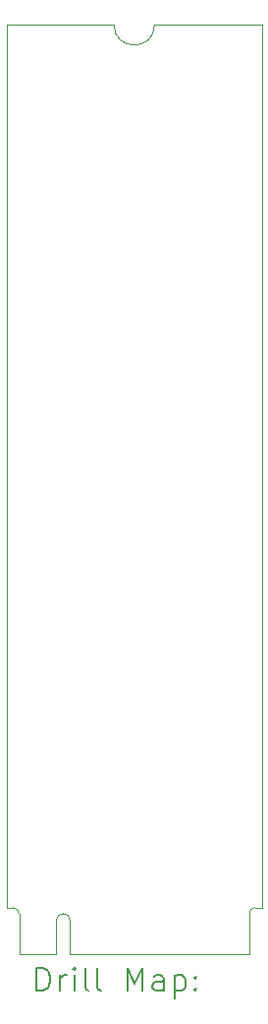
<source format=gbr>
%TF.GenerationSoftware,KiCad,Pcbnew,8.0.6*%
%TF.CreationDate,2024-11-27T08:16:30+01:00*%
%TF.ProjectId,M2SmartHome,4d32536d-6172-4744-986f-6d652e6b6963,rev?*%
%TF.SameCoordinates,Original*%
%TF.FileFunction,Drillmap*%
%TF.FilePolarity,Positive*%
%FSLAX45Y45*%
G04 Gerber Fmt 4.5, Leading zero omitted, Abs format (unit mm)*
G04 Created by KiCad (PCBNEW 8.0.6) date 2024-11-27 08:16:30*
%MOMM*%
%LPD*%
G01*
G04 APERTURE LIST*
%ADD10C,0.050000*%
%ADD11C,0.200000*%
G04 APERTURE END LIST*
D10*
X9375000Y-8600000D02*
G75*
G02*
X9025000Y-8600000I-175000J0D01*
G01*
X10300000Y-8600000D02*
X9375000Y-8600000D01*
X8100000Y-8600000D02*
X9025000Y-8600000D01*
X10300000Y-16200000D02*
X10300000Y-8600000D01*
X8100000Y-16200000D02*
X8100000Y-8600000D01*
X8100000Y-16200000D02*
X8157500Y-16200000D01*
X8207500Y-16250000D02*
X8207500Y-16600000D01*
X8207500Y-16600000D02*
X8527500Y-16600000D01*
X8527500Y-16600000D02*
X8527500Y-16310000D01*
X8647500Y-16310000D02*
X8647500Y-16600000D01*
X8647500Y-16600000D02*
X9200000Y-16600000D01*
X9200000Y-16600000D02*
X10192500Y-16600000D01*
X10192500Y-16600000D02*
X10192500Y-16250000D01*
X10242500Y-16200000D02*
X10300000Y-16200000D01*
X8157500Y-16200000D02*
G75*
G02*
X8207500Y-16250000I0J-50000D01*
G01*
X8527500Y-16310000D02*
G75*
G02*
X8647500Y-16310000I60000J0D01*
G01*
X10192500Y-16250000D02*
G75*
G02*
X10242500Y-16200000I50000J0D01*
G01*
D11*
X8358277Y-16913984D02*
X8358277Y-16713984D01*
X8358277Y-16713984D02*
X8405896Y-16713984D01*
X8405896Y-16713984D02*
X8434467Y-16723508D01*
X8434467Y-16723508D02*
X8453515Y-16742555D01*
X8453515Y-16742555D02*
X8463039Y-16761603D01*
X8463039Y-16761603D02*
X8472563Y-16799698D01*
X8472563Y-16799698D02*
X8472563Y-16828270D01*
X8472563Y-16828270D02*
X8463039Y-16866365D01*
X8463039Y-16866365D02*
X8453515Y-16885412D01*
X8453515Y-16885412D02*
X8434467Y-16904460D01*
X8434467Y-16904460D02*
X8405896Y-16913984D01*
X8405896Y-16913984D02*
X8358277Y-16913984D01*
X8558277Y-16913984D02*
X8558277Y-16780650D01*
X8558277Y-16818746D02*
X8567801Y-16799698D01*
X8567801Y-16799698D02*
X8577324Y-16790174D01*
X8577324Y-16790174D02*
X8596372Y-16780650D01*
X8596372Y-16780650D02*
X8615420Y-16780650D01*
X8682086Y-16913984D02*
X8682086Y-16780650D01*
X8682086Y-16713984D02*
X8672563Y-16723508D01*
X8672563Y-16723508D02*
X8682086Y-16733031D01*
X8682086Y-16733031D02*
X8691610Y-16723508D01*
X8691610Y-16723508D02*
X8682086Y-16713984D01*
X8682086Y-16713984D02*
X8682086Y-16733031D01*
X8805896Y-16913984D02*
X8786848Y-16904460D01*
X8786848Y-16904460D02*
X8777324Y-16885412D01*
X8777324Y-16885412D02*
X8777324Y-16713984D01*
X8910658Y-16913984D02*
X8891610Y-16904460D01*
X8891610Y-16904460D02*
X8882086Y-16885412D01*
X8882086Y-16885412D02*
X8882086Y-16713984D01*
X9139229Y-16913984D02*
X9139229Y-16713984D01*
X9139229Y-16713984D02*
X9205896Y-16856841D01*
X9205896Y-16856841D02*
X9272563Y-16713984D01*
X9272563Y-16713984D02*
X9272563Y-16913984D01*
X9453515Y-16913984D02*
X9453515Y-16809222D01*
X9453515Y-16809222D02*
X9443991Y-16790174D01*
X9443991Y-16790174D02*
X9424944Y-16780650D01*
X9424944Y-16780650D02*
X9386848Y-16780650D01*
X9386848Y-16780650D02*
X9367801Y-16790174D01*
X9453515Y-16904460D02*
X9434467Y-16913984D01*
X9434467Y-16913984D02*
X9386848Y-16913984D01*
X9386848Y-16913984D02*
X9367801Y-16904460D01*
X9367801Y-16904460D02*
X9358277Y-16885412D01*
X9358277Y-16885412D02*
X9358277Y-16866365D01*
X9358277Y-16866365D02*
X9367801Y-16847317D01*
X9367801Y-16847317D02*
X9386848Y-16837793D01*
X9386848Y-16837793D02*
X9434467Y-16837793D01*
X9434467Y-16837793D02*
X9453515Y-16828270D01*
X9548753Y-16780650D02*
X9548753Y-16980650D01*
X9548753Y-16790174D02*
X9567801Y-16780650D01*
X9567801Y-16780650D02*
X9605896Y-16780650D01*
X9605896Y-16780650D02*
X9624944Y-16790174D01*
X9624944Y-16790174D02*
X9634467Y-16799698D01*
X9634467Y-16799698D02*
X9643991Y-16818746D01*
X9643991Y-16818746D02*
X9643991Y-16875889D01*
X9643991Y-16875889D02*
X9634467Y-16894936D01*
X9634467Y-16894936D02*
X9624944Y-16904460D01*
X9624944Y-16904460D02*
X9605896Y-16913984D01*
X9605896Y-16913984D02*
X9567801Y-16913984D01*
X9567801Y-16913984D02*
X9548753Y-16904460D01*
X9729705Y-16894936D02*
X9739229Y-16904460D01*
X9739229Y-16904460D02*
X9729705Y-16913984D01*
X9729705Y-16913984D02*
X9720182Y-16904460D01*
X9720182Y-16904460D02*
X9729705Y-16894936D01*
X9729705Y-16894936D02*
X9729705Y-16913984D01*
X9729705Y-16790174D02*
X9739229Y-16799698D01*
X9739229Y-16799698D02*
X9729705Y-16809222D01*
X9729705Y-16809222D02*
X9720182Y-16799698D01*
X9720182Y-16799698D02*
X9729705Y-16790174D01*
X9729705Y-16790174D02*
X9729705Y-16809222D01*
M02*

</source>
